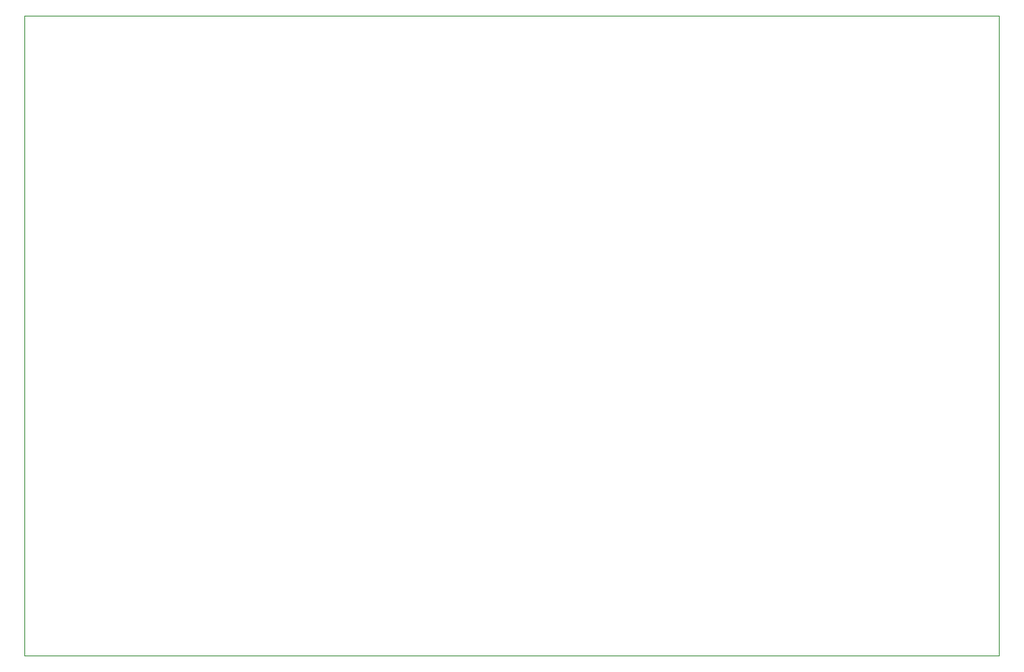
<source format=gbr>
%TF.GenerationSoftware,KiCad,Pcbnew,(5.1.6)-1*%
%TF.CreationDate,2020-08-15T20:42:22+02:00*%
%TF.ProjectId,teensypcbn,7465656e-7379-4706-9362-6e2e6b696361,rev?*%
%TF.SameCoordinates,Original*%
%TF.FileFunction,Profile,NP*%
%FSLAX46Y46*%
G04 Gerber Fmt 4.6, Leading zero omitted, Abs format (unit mm)*
G04 Created by KiCad (PCBNEW (5.1.6)-1) date 2020-08-15 20:42:22*
%MOMM*%
%LPD*%
G01*
G04 APERTURE LIST*
%TA.AperFunction,Profile*%
%ADD10C,0.050000*%
%TD*%
G04 APERTURE END LIST*
D10*
X227000000Y-56000000D02*
X227000000Y-57000000D01*
X122000000Y-56000000D02*
X227000000Y-56000000D01*
X122000000Y-125000000D02*
X122000000Y-56000000D01*
X227000000Y-125000000D02*
X122000000Y-125000000D01*
X227000000Y-57000000D02*
X227000000Y-125000000D01*
M02*

</source>
